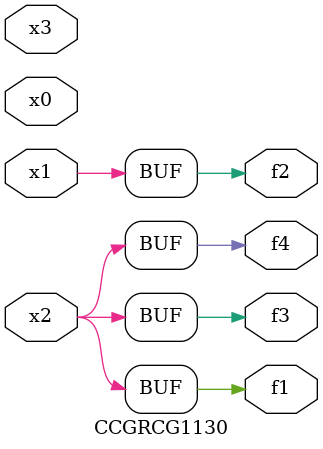
<source format=v>
module CCGRCG1130(
	input x0, x1, x2, x3,
	output f1, f2, f3, f4
);
	assign f1 = x2;
	assign f2 = x1;
	assign f3 = x2;
	assign f4 = x2;
endmodule

</source>
